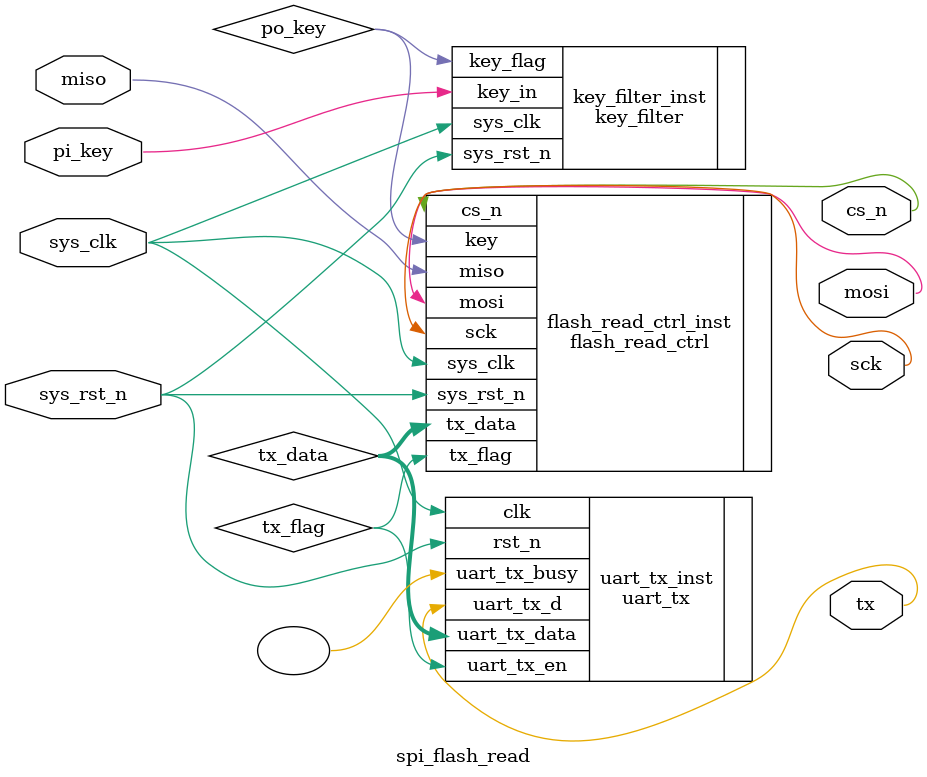
<source format=v>
module spi_flash_read(

input wire sys_clk , //系统时钟，频率50MHz
input wire sys_rst_n , //复位信号,低电平有效
input wire pi_key , //按键输入信号
input wire miso , //读出flash数据

output wire cs_n , //片选信号
output wire sck , //串行时钟
 output wire mosi , //主输出从输入数据
 output wire tx

 );

 ////
 //\* Parameter and Internal Signal \//
 ////
 //parameter define
 parameter CNT_MAX = 20'd999_999 ; //计数器计数最大值
 parameter UART_BPS = 18'd115200 , //比特率
 CLK_FREQ = 26'd50_000_000 ; //时钟频率


 //wire define
 wire po_key ; //消抖处理后的按键信号
 wire tx_flag ; //输入串口发送模块数据标志信号
 wire [7:0] tx_data ; //输入串口发送模块数据

 ////
 //\* Instantiation \//
 ////
 //------------- key_filter_inst -------------
 key_filter
 #(
 .CNT_MAX (CNT_MAX ) //计数器计数最大值
 )
 key_filter_inst
 (
 .sys_clk (sys_clk ), //系统时钟，频率50MHz
 .sys_rst_n (sys_rst_n ), //复位信号,低电平有效
 .key_in (pi_key ), //按键输入信号

 .key_flag (po_key ) //消抖后信号
 );

 //-------------flash_read_ctrl_inst-------------
 flash_read_ctrl flash_read_ctrl_inst(

 .sys_clk (sys_clk ), //系统时钟，频率50MHz
 .sys_rst_n (sys_rst_n ), //复位信号,低电平有效
 .key (po_key ), //按键输入信号
 .miso (miso ), //读出flash数据

 .sck (sck ), //片选信号
 .cs_n (cs_n ), //串行时钟
 .mosi (mosi ), //主输出从输入数据
 .tx_flag (tx_flag ), //输出数据标志信号
 .tx_data (tx_data ) //输出数据

 );

 //-------------uart_tx_inst-------------

uart_tx  uart_tx_inst (
    .clk(sys_clk),
    .rst_n(sys_rst_n),
    .uart_tx_en(tx_flag),
    .uart_tx_data(tx_data),
    .uart_tx_busy( ),
    .uart_tx_d(tx)
  );
 endmodule
</source>
